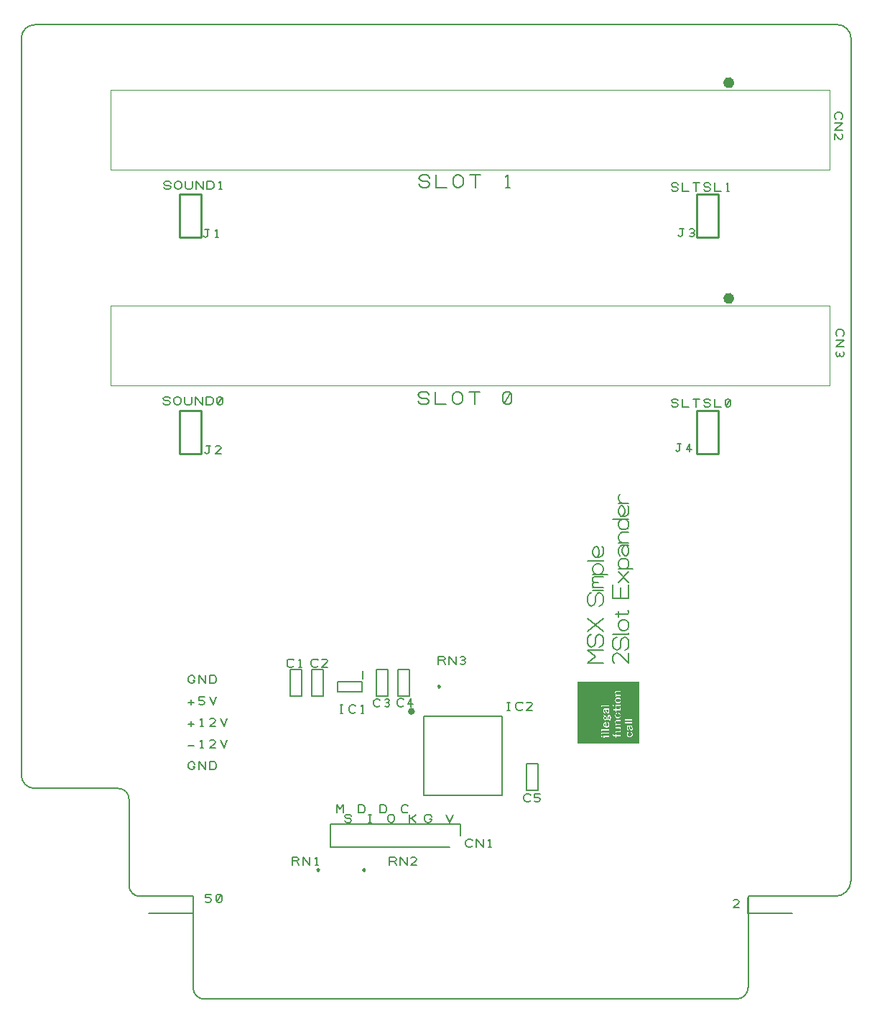
<source format=gbr>
G04 DesignSpark PCB PRO Gerber Version 10.0 Build 5299*
%FSLAX35Y35*%
%MOIN*%
%ADD87C,0.00197*%
%ADD85C,0.00394*%
%ADD12C,0.00500*%
%ADD89C,0.00787*%
%ADD91C,0.00800*%
%ADD92C,0.00984*%
%ADD13C,0.01000*%
%ADD90C,0.01575*%
X0Y0D02*
D02*
D12*
X123397Y284604D02*
X123710Y283978D01*
X124335Y283666D01*
X125585D01*
X126210Y283978D01*
X126522Y284604D01*
X126210Y285228D01*
X125585Y285541D01*
X124335D01*
X123710Y285854D01*
X123397Y286478D01*
X123710Y287104D01*
X124335Y287416D01*
X125585D01*
X126210Y287104D01*
X126522Y286478D01*
X128397Y284916D02*
Y286166D01*
X128710Y286791D01*
X129022Y287104D01*
X129647Y287416D01*
X130272D01*
X130897Y287104D01*
X131210Y286791D01*
X131522Y286166D01*
Y284916D01*
X131210Y284291D01*
X130897Y283978D01*
X130272Y283666D01*
X129647D01*
X129022Y283978D01*
X128710Y284291D01*
X128397Y284916D01*
X133397Y287416D02*
Y284604D01*
X133710Y283978D01*
X134335Y283666D01*
X135585D01*
X136210Y283978D01*
X136522Y284604D01*
Y287416D01*
X138397Y283666D02*
Y287416D01*
X141522Y283666D01*
Y287416D01*
X143397Y283666D02*
Y287416D01*
X145272D01*
X145897Y287104D01*
X146210Y286791D01*
X146522Y286166D01*
Y284916D01*
X146210Y284291D01*
X145897Y283978D01*
X145272Y283666D01*
X143397D01*
X148710Y283978D02*
X149335Y283666D01*
X149960D01*
X150585Y283978D01*
X150897Y284604D01*
Y286478D01*
X150585Y287104D01*
X149960Y287416D01*
X149335D01*
X148710Y287104D01*
X148397Y286478D01*
Y284604D01*
X148710Y283978D01*
X150585Y287104D01*
X123647Y384446D02*
X123959Y383821D01*
X124584Y383508D01*
X125834D01*
X126459Y383821D01*
X126772Y384446D01*
X126459Y385071D01*
X125834Y385383D01*
X124584D01*
X123959Y385696D01*
X123647Y386321D01*
X123959Y386946D01*
X124584Y387258D01*
X125834D01*
X126459Y386946D01*
X126772Y386321D01*
X128647Y384758D02*
Y386008D01*
X128959Y386633D01*
X129272Y386946D01*
X129897Y387258D01*
X130522D01*
X131147Y386946D01*
X131459Y386633D01*
X131772Y386008D01*
Y384758D01*
X131459Y384133D01*
X131147Y383821D01*
X130522Y383508D01*
X129897D01*
X129272Y383821D01*
X128959Y384133D01*
X128647Y384758D01*
X133647Y387258D02*
Y384446D01*
X133959Y383821D01*
X134584Y383508D01*
X135834D01*
X136459Y383821D01*
X136772Y384446D01*
Y387258D01*
X138647Y383508D02*
Y387258D01*
X141772Y383508D01*
Y387258D01*
X143647Y383508D02*
Y387258D01*
X145522D01*
X146147Y386946D01*
X146459Y386633D01*
X146772Y386008D01*
Y384758D01*
X146459Y384133D01*
X146147Y383821D01*
X145522Y383508D01*
X143647D01*
X149272D02*
X150522D01*
X149897D02*
Y387258D01*
X149272Y386633D01*
X137133Y156082D02*
X138070D01*
Y155769D01*
X137758Y155144D01*
X137445Y154832D01*
X136820Y154519D01*
X136195D01*
X135570Y154832D01*
X135258Y155144D01*
X134945Y155769D01*
Y157019D01*
X135258Y157644D01*
X135570Y157957D01*
X136195Y158269D01*
X136820D01*
X137445Y157957D01*
X137758Y157644D01*
X138070Y157019D01*
X139945Y154519D02*
Y158269D01*
X143070Y154519D01*
Y158269D01*
X144945Y154519D02*
Y158269D01*
X146820D01*
X147445Y157957D01*
X147758Y157644D01*
X148070Y157019D01*
Y155769D01*
X147758Y155144D01*
X147445Y154832D01*
X146820Y154519D01*
X144945D01*
X134945Y145769D02*
X137445D01*
X136195Y144519D02*
Y147019D01*
X139945Y144832D02*
X140570Y144519D01*
X141508D01*
X142133Y144832D01*
X142445Y145457D01*
Y145769D01*
X142133Y146394D01*
X141508Y146707D01*
X139945D01*
Y148269D01*
X142445D01*
X144945D02*
X146508Y144519D01*
X148070Y148269D01*
X134945Y135769D02*
X137445D01*
X136195Y134519D02*
Y137019D01*
X140570Y134519D02*
X141820D01*
X141195D02*
Y138269D01*
X140570Y137644D01*
X147445Y134519D02*
X144945D01*
X147133Y136707D01*
X147445Y137332D01*
X147133Y137957D01*
X146508Y138269D01*
X145570D01*
X144945Y137957D01*
X149945Y138269D02*
X151508Y134519D01*
X153070Y138269D01*
X134945Y125769D02*
X137445D01*
X140570Y124519D02*
X141820D01*
X141195D02*
Y128269D01*
X140570Y127644D01*
X147445Y124519D02*
X144945D01*
X147133Y126707D01*
X147445Y127332D01*
X147133Y127957D01*
X146508Y128269D01*
X145570D01*
X144945Y127957D01*
X149945Y128269D02*
X151508Y124519D01*
X153070Y128269D01*
X137133Y116082D02*
X138070D01*
Y115769D01*
X137758Y115144D01*
X137445Y114832D01*
X136820Y114519D01*
X136195D01*
X135570Y114832D01*
X135258Y115144D01*
X134945Y115769D01*
Y117019D01*
X135258Y117644D01*
X135570Y117957D01*
X136195Y118269D01*
X136820D01*
X137445Y117957D01*
X137758Y117644D01*
X138070Y117019D01*
X139945Y114519D02*
Y118269D01*
X143070Y114519D01*
Y118269D01*
X144945Y114519D02*
Y118269D01*
X146820D01*
X147445Y117957D01*
X147758Y117644D01*
X148070Y117019D01*
Y115769D01*
X147758Y115144D01*
X147445Y114832D01*
X146820Y114519D01*
X144945D01*
X141993Y361919D02*
X142306Y361606D01*
X142930Y361293D01*
X143556Y361606D01*
X143868Y361919D01*
Y365043D01*
X144493D01*
X143868D02*
X142618D01*
X147618Y361293D02*
X148868D01*
X148243D02*
Y365043D01*
X147618Y364419D01*
X142450Y8169D02*
G75*
G02*
X137170Y13449I0J5280D01*
G01*
Y55807D01*
X112485D01*
G75*
G02*
X107485Y60807I0J5000D01*
G01*
Y100807D01*
G75*
G03*
X102485Y105807I-5000J0D01*
G01*
X63735D01*
G75*
G02*
X57485Y112057I0J6250D01*
G01*
Y453582D01*
G75*
G02*
X63735Y459832I6250J0D01*
G01*
X436235D01*
G75*
G02*
X442485Y453582I0J-6250D01*
G01*
Y63075D01*
G75*
G02*
X435217Y55807I-7268J0D01*
G01*
X394807D01*
Y13667D01*
G75*
G02*
X389310Y8169I-5497J0D01*
G01*
X142450D01*
X142617Y261577D02*
X142930Y261264D01*
X143554Y260952D01*
X144180Y261264D01*
X144492Y261577D01*
Y264702D01*
X145117D01*
X144492D02*
X143242D01*
X150117Y260952D02*
X147617D01*
X149804Y263139D01*
X150117Y263764D01*
X149804Y264389D01*
X149180Y264702D01*
X148242D01*
X147617Y264389D01*
X183897Y162645D02*
X183585Y162333D01*
X182959Y162020D01*
X182022D01*
X181397Y162333D01*
X181085Y162645D01*
X180772Y163270D01*
Y164520D01*
X181085Y165145D01*
X181397Y165458D01*
X182022Y165770D01*
X182959D01*
X183585Y165458D01*
X183897Y165145D01*
X186397Y162020D02*
X187647D01*
X187022D02*
Y165770D01*
X186397Y165145D01*
X183239Y70294D02*
Y74044D01*
X185426D01*
X186052Y73732D01*
X186364Y73107D01*
X186052Y72482D01*
X185426Y72170D01*
X183239D01*
X185426D02*
X186364Y70294D01*
X188239D02*
Y74044D01*
X191364Y70294D01*
Y74044D01*
X193864Y70294D02*
X195114D01*
X194489D02*
Y74044D01*
X193864Y73420D01*
X195147Y162645D02*
X194835Y162333D01*
X194209Y162020D01*
X193272D01*
X192647Y162333D01*
X192335Y162645D01*
X192022Y163270D01*
Y164520D01*
X192335Y165145D01*
X192647Y165458D01*
X193272Y165770D01*
X194209D01*
X194835Y165458D01*
X195147Y165145D01*
X199522Y162020D02*
X197022D01*
X199209Y164208D01*
X199522Y164833D01*
X199209Y165458D01*
X198585Y165770D01*
X197647D01*
X197022Y165458D01*
X203831Y94464D02*
Y98214D01*
X205394Y96339D01*
X206957Y98214D01*
Y94464D01*
X213831D02*
Y98214D01*
X215707D01*
X216331Y97902D01*
X216644Y97589D01*
X216957Y96964D01*
Y95714D01*
X216644Y95089D01*
X216331Y94777D01*
X215707Y94464D01*
X213831D01*
X223831D02*
Y98214D01*
X225707D01*
X226331Y97902D01*
X226644Y97589D01*
X226957Y96964D01*
Y95714D01*
X226644Y95089D01*
X226331Y94777D01*
X225707Y94464D01*
X223831D01*
X236957Y95089D02*
X236644Y94777D01*
X236019Y94464D01*
X235081D01*
X234457Y94777D01*
X234144Y95089D01*
X233831Y95714D01*
Y96964D01*
X234144Y97589D01*
X234457Y97902D01*
X235081Y98214D01*
X236019D01*
X236644Y97902D01*
X236957Y97589D01*
X205459Y140770D02*
X206709D01*
X206085D02*
Y144520D01*
X205459D02*
X206709D01*
X212647Y141395D02*
X212335Y141083D01*
X211709Y140770D01*
X210772D01*
X210147Y141083D01*
X209835Y141395D01*
X209522Y142020D01*
Y143270D01*
X209835Y143895D01*
X210147Y144208D01*
X210772Y144520D01*
X211709D01*
X212335Y144208D01*
X212647Y143895D01*
X215147Y140770D02*
X216397D01*
X215772D02*
Y144520D01*
X215147Y143895D01*
X207576Y90951D02*
X207888Y90326D01*
X208513Y90013D01*
X209763D01*
X210388Y90326D01*
X210701Y90951D01*
X210388Y91576D01*
X209763Y91889D01*
X208513D01*
X207888Y92201D01*
X207576Y92826D01*
X207888Y93451D01*
X208513Y93763D01*
X209763D01*
X210388Y93451D01*
X210701Y92826D01*
X218513Y90013D02*
X219763D01*
X219138D02*
Y93763D01*
X218513D02*
X219763D01*
X227576Y91263D02*
Y92513D01*
X227888Y93139D01*
X228201Y93451D01*
X228826Y93763D01*
X229451D01*
X230076Y93451D01*
X230388Y93139D01*
X230701Y92513D01*
Y91263D01*
X230388Y90639D01*
X230076Y90326D01*
X229451Y90013D01*
X228826D01*
X228201Y90326D01*
X227888Y90639D01*
X227576Y91263D01*
X237576Y90013D02*
Y93763D01*
Y91889D02*
X238513D01*
X240701Y93763D01*
X238513Y91889D02*
X240701Y90013D01*
X223994Y144262D02*
X223681Y143949D01*
X223056Y143637D01*
X222119D01*
X221494Y143949D01*
X221181Y144262D01*
X220869Y144887D01*
Y146137D01*
X221181Y146762D01*
X221494Y147074D01*
X222119Y147387D01*
X223056D01*
X223681Y147074D01*
X223994Y146762D01*
X226181Y143949D02*
X226806Y143637D01*
X227431D01*
X228056Y143949D01*
X228369Y144574D01*
X228056Y145199D01*
X227431Y145512D01*
X226806D01*
X227431D02*
X228056Y145824D01*
X228369Y146449D01*
X228056Y147074D01*
X227431Y147387D01*
X226806D01*
X226181Y147074D01*
X228418Y70170D02*
Y73920D01*
X230605D01*
X231230Y73607D01*
X231543Y72982D01*
X231230Y72357D01*
X230605Y72045D01*
X228418D01*
X230605D02*
X231543Y70170D01*
X233418D02*
Y73920D01*
X236543Y70170D01*
Y73920D01*
X240918Y70170D02*
X238418D01*
X240605Y72357D01*
X240918Y72982D01*
X240605Y73607D01*
X239980Y73920D01*
X239043D01*
X238418Y73607D01*
X234976Y144387D02*
X234664Y144074D01*
X234039Y143761D01*
X233101D01*
X232476Y144074D01*
X232164Y144387D01*
X231851Y145011D01*
Y146261D01*
X232164Y146887D01*
X232476Y147199D01*
X233101Y147511D01*
X234039D01*
X234664Y147199D01*
X234976Y146887D01*
X238414Y143761D02*
Y147511D01*
X236851Y145011D01*
X239351D01*
X246830Y91576D02*
X247767D01*
Y91263D01*
X247455Y90639D01*
X247142Y90326D01*
X246517Y90013D01*
X245892D01*
X245267Y90326D01*
X244955Y90639D01*
X244642Y91263D01*
Y92513D01*
X244955Y93139D01*
X245267Y93451D01*
X245892Y93763D01*
X246517D01*
X247142Y93451D01*
X247455Y93139D01*
X247767Y92513D01*
X254642Y93763D02*
X256205Y90013D01*
X257767Y93763D01*
X250997Y163269D02*
Y167019D01*
X253185D01*
X253810Y166707D01*
X254122Y166082D01*
X253810Y165457D01*
X253185Y165144D01*
X250997D01*
X253185D02*
X254122Y163269D01*
X255997D02*
Y167019D01*
X259122Y163269D01*
Y167019D01*
X261310Y163582D02*
X261935Y163269D01*
X262560D01*
X263185Y163582D01*
X263497Y164207D01*
X263185Y164832D01*
X262560Y165144D01*
X261935D01*
X262560D02*
X263185Y165457D01*
X263497Y166082D01*
X263185Y166707D01*
X262560Y167019D01*
X261935D01*
X261310Y166707D01*
X266862Y79157D02*
X266550Y78844D01*
X265924Y78531D01*
X264987D01*
X264362Y78844D01*
X264050Y79157D01*
X263737Y79781D01*
Y81031D01*
X264050Y81657D01*
X264362Y81969D01*
X264987Y82281D01*
X265924D01*
X266550Y81969D01*
X266862Y81657D01*
X268737Y78531D02*
Y82281D01*
X271862Y78531D01*
Y82281D01*
X274362Y78531D02*
X275612D01*
X274987D02*
Y82281D01*
X274362Y81657D01*
X282959Y142020D02*
X284209D01*
X283585D02*
Y145770D01*
X282959D02*
X284209D01*
X290147Y142645D02*
X289835Y142333D01*
X289209Y142020D01*
X288272D01*
X287647Y142333D01*
X287335Y142645D01*
X287022Y143270D01*
Y144520D01*
X287335Y145145D01*
X287647Y145458D01*
X288272Y145770D01*
X289209D01*
X289835Y145458D01*
X290147Y145145D01*
X294522Y142020D02*
X292022D01*
X294209Y144208D01*
X294522Y144833D01*
X294209Y145458D01*
X293585Y145770D01*
X292647D01*
X292022Y145458D01*
X293883Y100164D02*
X293571Y99852D01*
X292946Y99539D01*
X292008D01*
X291383Y99852D01*
X291071Y100164D01*
X290758Y100789D01*
Y102039D01*
X291071Y102664D01*
X291383Y102977D01*
X292008Y103289D01*
X292946D01*
X293571Y102977D01*
X293883Y102664D01*
X295758Y99852D02*
X296383Y99539D01*
X297321D01*
X297946Y99852D01*
X298258Y100477D01*
Y100789D01*
X297946Y101414D01*
X297321Y101727D01*
X295758D01*
Y103289D01*
X298258D01*
X359150Y283605D02*
X359463Y282980D01*
X360088Y282667D01*
X361338D01*
X361963Y282980D01*
X362276Y283605D01*
X361963Y284230D01*
X361338Y284543D01*
X360088D01*
X359463Y284855D01*
X359150Y285480D01*
X359463Y286105D01*
X360088Y286417D01*
X361338D01*
X361963Y286105D01*
X362276Y285480D01*
X364150Y286417D02*
Y282667D01*
X367276D01*
X370713D02*
Y286417D01*
X369150D02*
X372276D01*
X374150Y283605D02*
X374463Y282980D01*
X375088Y282667D01*
X376338D01*
X376963Y282980D01*
X377276Y283605D01*
X376963Y284230D01*
X376338Y284543D01*
X375088D01*
X374463Y284855D01*
X374150Y285480D01*
X374463Y286105D01*
X375088Y286417D01*
X376338D01*
X376963Y286105D01*
X377276Y285480D01*
X379150Y286417D02*
Y282667D01*
X382276D01*
X384463Y282980D02*
X385088Y282667D01*
X385713D01*
X386338Y282980D01*
X386650Y283605D01*
Y285480D01*
X386338Y286105D01*
X385713Y286417D01*
X385088D01*
X384463Y286105D01*
X384150Y285480D01*
Y283605D01*
X384463Y282980D01*
X386338Y286105D01*
X359150Y383697D02*
X359463Y383072D01*
X360088Y382759D01*
X361338D01*
X361963Y383072D01*
X362276Y383697D01*
X361963Y384322D01*
X361338Y384635D01*
X360088D01*
X359463Y384947D01*
X359150Y385572D01*
X359463Y386197D01*
X360088Y386509D01*
X361338D01*
X361963Y386197D01*
X362276Y385572D01*
X364150Y386509D02*
Y382759D01*
X367276D01*
X370713D02*
Y386509D01*
X369150D02*
X372276D01*
X374150Y383697D02*
X374463Y383072D01*
X375088Y382759D01*
X376338D01*
X376963Y383072D01*
X377276Y383697D01*
X376963Y384322D01*
X376338Y384635D01*
X375088D01*
X374463Y384947D01*
X374150Y385572D01*
X374463Y386197D01*
X375088Y386509D01*
X376338D01*
X376963Y386197D01*
X377276Y385572D01*
X379150Y386509D02*
Y382759D01*
X382276D01*
X384776D02*
X386026D01*
X385400D02*
Y386509D01*
X384776Y385885D01*
X361147Y262450D02*
X361460Y262138D01*
X362085Y261825D01*
X362710Y262138D01*
X363022Y262450D01*
Y265575D01*
X363647D01*
X363022D02*
X361772D01*
X367710Y261825D02*
Y265575D01*
X366147Y263075D01*
X368647D01*
X362395Y362168D02*
X362708Y361856D01*
X363333Y361543D01*
X363958Y361856D01*
X364270Y362168D01*
Y365293D01*
X364895D01*
X364270D02*
X363020D01*
X367708Y361856D02*
X368333Y361543D01*
X368958D01*
X369583Y361856D01*
X369895Y362481D01*
X369583Y363106D01*
X368958Y363418D01*
X368333D01*
X368958D02*
X369583Y363731D01*
X369895Y364356D01*
X369583Y364981D01*
X368958Y365293D01*
X368333D01*
X367708Y364981D01*
X387022Y331082D02*
G75*
G03*
X384522Y334832I-1250J1875D01*
G01*
G75*
G03*
X387022Y331082I1250J-1875D01*
G01*
G36*
X387022Y331082D02*
G75*
G03*
X384522Y334832I-1250J1875D01*
G01*
G75*
G03*
X387022Y331082I1250J-1875D01*
G01*
G37*
X387044Y431082D02*
G75*
G03*
X384544Y434832I-1250J1875D01*
G01*
G75*
G03*
X387044Y431082I1250J-1875D01*
G01*
G36*
X387044Y431082D02*
G75*
G03*
X384544Y434832I-1250J1875D01*
G01*
G75*
G03*
X387044Y431082I1250J-1875D01*
G01*
G37*
X435531Y416055D02*
X435219Y416368D01*
X434906Y416993D01*
Y417930D01*
X435219Y418555D01*
X435531Y418868D01*
X436156Y419180D01*
X437406D01*
X438031Y418868D01*
X438344Y418555D01*
X438656Y417930D01*
Y416993D01*
X438344Y416368D01*
X438031Y416055D01*
X434906Y414180D02*
X438656D01*
X434906Y411055D01*
X438656D01*
X434906Y406680D02*
Y409180D01*
X437094Y406993D01*
X437719Y406680D01*
X438344Y406993D01*
X438656Y407618D01*
Y408555D01*
X438344Y409180D01*
X436085Y315457D02*
X435772Y315769D01*
X435459Y316394D01*
Y317332D01*
X435772Y317957D01*
X436085Y318269D01*
X436709Y318582D01*
X437959D01*
X438585Y318269D01*
X438897Y317957D01*
X439209Y317332D01*
Y316394D01*
X438897Y315769D01*
X438585Y315457D01*
X435459Y313582D02*
X439209D01*
X435459Y310457D01*
X439209D01*
X435772Y308269D02*
X435459Y307644D01*
Y307019D01*
X435772Y306394D01*
X436397Y306082D01*
X437022Y306394D01*
X437335Y307019D01*
Y307644D01*
Y307019D02*
X437647Y306394D01*
X438272Y306082D01*
X438897Y306394D01*
X439209Y307019D01*
Y307644D01*
X438897Y308269D01*
D02*
D13*
X130772Y280906D02*
Y260906D01*
X140772D01*
Y280906D01*
X130772D01*
Y381123D02*
Y361123D01*
X140772D01*
Y381123D01*
X130772D01*
X370772Y281031D02*
Y261031D01*
X380772D01*
Y281031D01*
X370772D01*
Y381123D02*
Y361123D01*
X380772D01*
Y381123D01*
X370772D01*
D02*
D85*
X432524Y292578D02*
X99020D01*
Y329586D01*
X432524D01*
Y292578D01*
X432546Y392578D02*
X99043D01*
Y429586D01*
X432546D01*
Y392578D01*
D02*
D87*
X315707Y126931D02*
Y155232D01*
X315807Y126931D02*
Y155231D01*
X315907Y126931D02*
Y155231D01*
X316008Y126931D02*
X316007Y155231D01*
X316107Y126931D02*
Y155231D01*
X316207Y126931D02*
Y155232D01*
X316307Y126931D02*
Y155231D01*
X316407Y126931D02*
Y155231D01*
X316508Y126931D02*
X316507Y155231D01*
X316607Y126931D02*
Y155231D01*
X316707Y126931D02*
X316708Y155231D01*
X316807Y126931D02*
Y155231D01*
X316907Y126931D02*
Y155231D01*
X317007Y126931D02*
X317007Y155231D01*
X317107Y126931D02*
Y155231D01*
X317207Y126931D02*
X317208Y155231D01*
X317307Y126931D02*
Y155231D01*
X317407Y126931D02*
Y155231D01*
X317508Y126931D02*
Y155232D01*
X317607Y126931D02*
Y155231D01*
X317707Y126931D02*
Y155231D01*
X317807Y126931D02*
Y155231D01*
X317907Y126931D02*
X317908Y155231D01*
X318007Y126931D02*
Y155232D01*
X318107Y126931D02*
Y155231D01*
X318207Y126931D02*
X318207Y155231D01*
X318307Y126931D02*
Y155231D01*
X318407Y126931D02*
X318408Y155231D01*
X318507Y126931D02*
Y155232D01*
X318607Y126931D02*
Y155231D01*
X318707Y126931D02*
Y155231D01*
X318807Y126931D02*
Y155231D01*
X318907Y126931D02*
X318908Y155231D01*
X319007Y126931D02*
Y155232D01*
X319107Y126931D02*
Y155231D01*
X319207Y126931D02*
Y155231D01*
X319308Y126931D02*
X319307Y155231D01*
X319407Y126931D02*
X319408Y155231D01*
X319507Y126931D02*
Y155232D01*
X319607Y126931D02*
Y155231D01*
X319707Y126931D02*
Y155231D01*
X319808Y126931D02*
X319807Y155231D01*
X319907Y126931D02*
Y155231D01*
X320007Y126931D02*
Y155232D01*
X320107Y126931D02*
Y155231D01*
X320207Y126931D02*
Y155231D01*
X320308Y126931D02*
X320307Y155231D01*
X320407Y126931D02*
Y155231D01*
X320507Y126931D02*
X320508Y155231D01*
X320607Y126931D02*
Y155231D01*
X320707Y126931D02*
Y155231D01*
X320808Y126931D02*
X320807Y155231D01*
X320907Y126931D02*
Y155231D01*
X321007Y126931D02*
X321008Y155231D01*
X321107Y126931D02*
Y155231D01*
X321207Y126931D02*
Y155231D01*
X321308Y126931D02*
Y155232D01*
X321407Y126931D02*
Y155231D01*
X321507Y126931D02*
X321508Y155231D01*
X321607Y126931D02*
Y155231D01*
X321707Y126931D02*
X321708Y155231D01*
X321807Y126931D02*
Y155232D01*
X321907Y126931D02*
Y155231D01*
X322007Y126931D02*
X322007Y155231D01*
X322107Y126931D02*
Y155231D01*
X322207Y126931D02*
X322208Y155231D01*
X322307Y126931D02*
Y155232D01*
X322407Y126931D02*
Y155231D01*
X322507Y126931D02*
Y155231D01*
X322607Y126931D02*
Y155231D01*
X322707Y126931D02*
X322708Y155231D01*
X322807Y126931D02*
Y155232D01*
X322907Y126931D02*
Y155231D01*
X323007Y126931D02*
Y155231D01*
X323108Y126931D02*
X323107Y155231D01*
X323207Y126931D02*
X323208Y155231D01*
X323307Y126931D02*
Y155232D01*
X323407Y126931D02*
Y155231D01*
X323507Y126931D02*
Y155231D01*
X323608Y126931D02*
X323607Y155231D01*
X323707Y126931D02*
Y155231D01*
X323807Y126931D02*
Y155232D01*
X323907Y126931D02*
Y155231D01*
X324007Y126931D02*
Y155231D01*
X324108Y126931D02*
X324107Y155231D01*
X324207Y126931D02*
Y155231D01*
X324307Y126931D02*
X324308Y155231D01*
X324407Y126931D02*
Y155231D01*
X324507Y126931D02*
Y155231D01*
X324608Y126931D02*
X324607Y155231D01*
X324707Y126931D02*
Y155231D01*
X324807Y126931D02*
X324808Y155231D01*
X324907Y126931D02*
Y155231D01*
X325007Y126931D02*
Y155231D01*
X325108Y126931D02*
Y155232D01*
X325207Y126931D02*
Y155231D01*
X325307Y126931D02*
X325308Y155231D01*
X325407Y126931D02*
Y155231D01*
X325507Y126931D02*
X325508Y155231D01*
X325608Y126931D02*
Y155232D01*
X325707Y126931D02*
Y155231D01*
X325807Y126931D02*
X325807Y155231D01*
X325907Y126931D02*
Y155231D01*
X326007Y126931D02*
X326008Y155231D01*
X326107Y126931D02*
Y155232D01*
X326207Y126931D02*
Y129731D01*
Y130431D02*
Y155231D01*
X326307Y126931D02*
Y129631D01*
Y130531D02*
X326307Y130831D01*
X326307Y132031D02*
Y132331D01*
Y133531D02*
Y143531D01*
Y144731D02*
Y155231D01*
X326407Y126931D02*
Y129531D01*
Y130531D02*
Y130831D01*
Y132031D02*
Y132331D01*
Y133531D02*
Y143531D01*
Y144731D02*
Y155231D01*
X326507Y144731D02*
X326508Y155231D01*
X326507Y126931D02*
X326507Y129531D01*
X326507Y132031D02*
X326507Y132331D01*
X326507Y133531D02*
X326508Y143531D01*
Y130532D02*
X326507Y130831D01*
X326607Y126931D02*
Y129531D01*
Y130631D02*
Y130831D01*
Y132031D02*
Y132331D01*
Y133531D02*
Y143531D01*
Y144731D02*
Y155232D01*
X326707Y126931D02*
X326708Y129531D01*
X326707Y130631D02*
X326708Y130831D01*
X326707Y132031D02*
X326708Y132331D01*
X326707Y133531D02*
Y143531D01*
X326708Y144731D02*
X326707Y155231D01*
X326807Y126931D02*
Y129531D01*
Y130531D02*
X326807Y130831D01*
X326807Y132031D02*
Y132331D01*
Y133531D02*
Y143531D01*
Y144731D02*
Y155231D01*
X326907Y132031D02*
Y132631D01*
Y133531D02*
Y143831D01*
Y144731D02*
Y155231D01*
X326908Y126931D02*
X326907Y129631D01*
X326908Y130531D02*
X326907Y131131D01*
X327007Y144731D02*
X327008Y155231D01*
X327007Y126931D02*
Y129731D01*
Y132031D02*
X327008Y132631D01*
X327007Y133531D02*
X327008Y143831D01*
Y130431D02*
Y131131D01*
X327107Y126931D02*
Y131131D01*
Y132031D02*
Y132631D01*
Y133531D02*
Y143832D01*
Y144731D02*
Y155232D01*
X327207Y126931D02*
Y131131D01*
Y132031D02*
Y132631D01*
Y133531D02*
Y143831D01*
X327208Y144731D02*
X327207Y155231D01*
X327307Y126931D02*
Y131131D01*
Y132031D02*
Y132631D01*
Y133531D02*
Y143831D01*
Y144731D02*
Y155231D01*
X327407Y132031D02*
Y132631D01*
Y133531D02*
Y134931D01*
Y139231D02*
Y139631D01*
Y140231D02*
Y141231D01*
Y142531D02*
Y143831D01*
Y144731D02*
Y155231D01*
X327408Y126931D02*
X327407Y131131D01*
X327408Y136031D02*
Y138031D01*
X327507Y139431D02*
X327508Y139531D01*
X327507Y144731D02*
X327508Y155231D01*
X327507Y126931D02*
X327508Y129331D01*
X327507Y132031D02*
X327508Y132631D01*
X327507Y133531D02*
Y134631D01*
Y136331D02*
Y137831D01*
X327508Y130532D02*
Y131131D01*
Y140231D02*
X327507Y141031D01*
X327508Y142831D02*
Y143831D01*
X327607Y126931D02*
Y129331D01*
Y130531D02*
Y131131D01*
Y132031D02*
Y132631D01*
Y133531D02*
Y134531D01*
Y136431D02*
Y137631D01*
Y140231D02*
Y140931D01*
Y142931D02*
Y143832D01*
Y144731D02*
Y155232D01*
X327707Y130531D02*
X327707Y131131D01*
X327707Y136531D02*
Y137631D01*
X327707Y126931D02*
Y129331D01*
Y132031D02*
Y132631D01*
Y133531D02*
Y134431D01*
Y140231D02*
Y140731D01*
Y143031D02*
Y143831D01*
Y144731D02*
Y155231D01*
X327807Y126931D02*
Y129331D01*
Y130531D02*
Y131131D01*
Y132031D02*
Y132631D01*
Y133531D02*
Y134331D01*
Y136631D02*
Y137531D01*
Y140231D02*
Y140731D01*
Y143131D02*
Y143831D01*
Y144731D02*
Y155231D01*
X327907Y141831D02*
X327907Y142031D01*
Y132031D02*
Y132631D01*
Y133531D02*
X327907Y134231D01*
X327907Y135431D02*
Y135531D01*
Y140231D02*
Y140631D01*
Y143231D02*
X327907Y143831D01*
X327907Y144731D02*
X327907Y155231D01*
X327908Y126931D02*
X327907Y129331D01*
X327908Y130531D02*
X327907Y131131D01*
X327908Y136732D02*
X327907Y137431D01*
X327908Y138631D02*
X328007Y126931D02*
Y129331D01*
Y130532D02*
Y131131D01*
Y132031D02*
Y132631D01*
Y133531D02*
Y134131D01*
Y135231D02*
Y135731D01*
Y136831D02*
Y137431D01*
Y138431D02*
Y138831D01*
Y140031D02*
Y140631D01*
Y141631D02*
Y142231D01*
Y143231D02*
Y143831D01*
Y144732D02*
Y155231D01*
X328107Y126931D02*
Y129631D01*
Y130531D02*
Y131131D01*
Y132031D02*
Y132631D01*
Y133531D02*
Y134131D01*
Y135131D02*
Y135831D01*
Y136831D02*
Y137431D01*
Y138331D02*
Y138931D01*
Y139831D02*
Y140631D01*
Y141531D02*
X328108Y142331D01*
X328107Y143231D02*
Y143832D01*
Y144731D02*
X328108Y155231D01*
X328207Y130531D02*
X328207Y131131D01*
Y126931D02*
Y129631D01*
Y132031D02*
Y132631D01*
Y133531D02*
Y134131D01*
Y135031D02*
Y135931D01*
Y136831D02*
Y137431D01*
Y138331D02*
Y138931D01*
Y139831D02*
Y140631D01*
Y141531D02*
Y142331D01*
Y143231D02*
Y143831D01*
Y144731D02*
Y155231D01*
X328307Y126931D02*
Y129631D01*
Y130531D02*
Y131131D01*
Y132031D02*
Y132631D01*
Y133531D02*
Y134031D01*
Y135031D02*
Y135931D01*
Y136931D02*
X328308Y137431D01*
X328307Y138331D02*
X328308Y138931D01*
X328307Y139831D02*
Y140631D01*
Y141431D02*
Y142431D01*
Y143331D02*
Y143831D01*
Y144731D02*
Y155231D01*
X328407Y143331D02*
X328407Y143831D01*
X328407Y132031D02*
Y132631D01*
Y136931D02*
Y137431D01*
Y139831D02*
Y140631D01*
X328408Y126931D02*
X328407Y129631D01*
X328408Y130531D02*
X328407Y131131D01*
X328408Y133531D02*
Y134031D01*
Y138331D02*
X328407Y138931D01*
X328408Y141431D02*
X328407Y141831D01*
X328408Y144731D02*
X328407Y155231D01*
X328507Y126931D02*
Y129631D01*
Y130532D02*
Y131131D01*
Y132031D02*
Y132631D01*
Y133531D02*
Y134031D01*
Y136931D02*
Y137431D01*
Y138431D02*
Y138831D01*
Y139831D02*
Y141432D01*
Y143331D02*
Y143831D01*
Y144732D02*
Y155231D01*
X328607Y126931D02*
Y129631D01*
Y130531D02*
Y131131D01*
Y132031D02*
Y132631D01*
Y133531D02*
Y134031D01*
Y136931D02*
Y137431D01*
Y139731D02*
Y141131D01*
Y144731D02*
X328608Y155231D01*
Y143331D02*
Y143831D01*
X328707Y126931D02*
Y129631D01*
Y130531D02*
Y131131D01*
Y132031D02*
Y132631D01*
Y133531D02*
Y134031D01*
Y136931D02*
Y137531D01*
Y139731D02*
Y141031D01*
Y143331D02*
Y143831D01*
Y144731D02*
Y155231D01*
X328807Y126931D02*
Y129631D01*
Y130531D02*
Y131131D01*
Y132031D02*
Y132631D01*
Y133531D02*
Y134031D01*
Y139631D02*
Y140831D01*
Y143331D02*
Y143831D01*
Y144731D02*
Y155231D01*
X328808Y136931D02*
X328807Y137631D01*
X328907Y139531D02*
X328907Y140731D01*
X328907Y142331D02*
X328908Y142431D01*
X328907Y143331D02*
X328908Y143832D01*
X328907Y126931D02*
Y129631D01*
Y132031D02*
Y132631D01*
Y136931D02*
Y137731D01*
X328908Y130531D02*
X328907Y131131D01*
X328908Y133531D02*
Y134031D01*
Y144731D02*
X328907Y155231D01*
X329007Y126931D02*
Y129631D01*
Y130532D02*
Y131131D01*
Y132031D02*
Y132631D01*
Y133531D02*
Y134031D01*
Y134931D02*
Y137731D01*
Y139431D02*
Y140631D01*
Y141932D02*
Y142432D01*
Y143331D02*
Y143831D01*
Y144732D02*
Y155231D01*
X329107Y141731D02*
X329107Y142431D01*
Y126931D02*
Y129631D01*
Y130531D02*
Y131131D01*
Y132031D02*
Y132631D01*
Y133531D02*
Y134031D01*
Y134931D02*
Y137631D01*
Y139131D02*
Y140631D01*
Y144731D02*
X329108Y155231D01*
Y143331D02*
Y143831D01*
X329207Y126931D02*
Y129631D01*
Y130531D02*
Y131131D01*
Y132031D02*
Y132631D01*
Y133531D02*
Y134031D01*
Y134931D02*
Y136131D01*
Y136931D02*
Y137531D01*
Y138431D02*
Y140531D01*
Y141531D02*
Y142431D01*
Y143331D02*
Y143831D01*
Y144731D02*
Y155231D01*
X329307Y126931D02*
Y129631D01*
Y130531D02*
Y131131D01*
Y132031D02*
X329308Y132631D01*
X329307Y133531D02*
Y134031D01*
Y135031D02*
X329308Y136131D01*
X329307Y141531D02*
Y142431D01*
Y143331D02*
X329308Y143831D01*
Y136931D02*
X329307Y137531D01*
X329308Y138931D02*
Y140531D01*
Y144731D02*
X329307Y155231D01*
X329407Y132031D02*
Y132631D01*
Y136931D02*
X329407Y137531D01*
X329407Y139631D02*
X329408Y140532D01*
Y126931D02*
X329407Y129631D01*
X329408Y130531D02*
X329407Y131131D01*
X329408Y133531D02*
Y134031D01*
Y135031D02*
Y136131D01*
Y141431D02*
X329407Y142231D01*
X329408Y143332D02*
Y143832D01*
Y144731D02*
Y155232D01*
X329507Y126931D02*
Y129631D01*
Y130532D02*
Y131131D01*
Y132031D02*
Y132631D01*
Y133531D02*
Y134131D01*
Y136831D02*
Y137531D01*
Y139831D02*
Y140531D01*
Y141531D02*
Y142131D01*
Y143331D02*
Y143831D01*
X329508Y144731D02*
X329507Y155231D01*
X329508Y135131D02*
X329507Y136031D01*
X329607Y126931D02*
Y129631D01*
Y130531D02*
Y131131D01*
Y132031D02*
Y132631D01*
Y133531D02*
X329607Y134131D01*
X329607Y135231D02*
Y135931D01*
Y136831D02*
Y137531D01*
Y140031D02*
Y140531D01*
Y141531D02*
Y142031D01*
Y143331D02*
Y143831D01*
Y144731D02*
Y155231D01*
X329707Y126931D02*
Y129631D01*
Y130531D02*
Y131131D01*
Y132031D02*
Y132631D01*
Y133531D02*
Y134231D01*
Y136831D02*
Y137631D01*
Y140131D02*
Y140531D01*
Y143331D02*
Y143831D01*
Y144731D02*
Y155231D01*
X329807Y130531D02*
X329807Y131131D01*
X329807Y144731D02*
X329808Y155231D01*
X329807Y126931D02*
Y129631D01*
Y132031D02*
X329808Y132631D01*
X329807Y133531D02*
Y134231D01*
Y140131D02*
Y140631D01*
X329808Y136731D02*
X329807Y137631D01*
X329808Y143331D02*
Y143831D01*
X329907Y126931D02*
Y129631D01*
Y130531D02*
Y131131D01*
Y132031D02*
Y132631D01*
Y133531D02*
Y134331D01*
Y136631D02*
Y137431D01*
Y140131D02*
Y140631D01*
Y143332D02*
Y143832D01*
Y144731D02*
Y155232D01*
X330007Y126931D02*
Y129631D01*
Y130532D02*
Y131131D01*
Y132031D02*
Y132631D01*
Y133531D02*
Y134431D01*
Y136531D02*
Y137431D01*
Y138331D02*
Y138831D01*
Y140231D02*
Y140731D01*
Y143331D02*
Y143831D01*
X330008Y144731D02*
X330007Y155231D01*
X330107Y126931D02*
Y129631D01*
Y130531D02*
Y131131D01*
Y132031D02*
Y132631D01*
Y133531D02*
X330107Y134631D01*
X330107Y136331D02*
Y137331D01*
Y138231D02*
Y139231D01*
Y140231D02*
Y140831D01*
Y142331D02*
Y142531D01*
Y143331D02*
X330107Y143831D01*
X330107Y144731D02*
Y155231D01*
X330207Y126931D02*
Y134931D01*
Y136131D02*
Y137331D01*
Y138231D02*
X330208Y139331D01*
X330207Y140231D02*
Y141031D01*
Y142131D02*
Y155231D01*
X330307Y126931D02*
Y137331D01*
Y138231D02*
Y139331D01*
X330308Y140231D02*
Y155231D01*
X330407Y126931D02*
Y137331D01*
Y138431D02*
Y139131D01*
Y140231D02*
Y155232D01*
X330507Y126931D02*
Y137331D01*
Y140131D02*
Y155231D01*
X330607Y126931D02*
Y137431D01*
Y140131D02*
Y155231D01*
X330707Y126931D02*
Y137431D01*
Y140031D02*
Y155231D01*
X330807Y139931D02*
X330808Y155231D01*
X330807Y126931D02*
Y137531D01*
X330907Y126931D02*
Y137731D01*
Y139731D02*
Y155232D01*
X331007Y139331D02*
X331007Y155231D01*
Y126931D02*
X331008Y138131D01*
X331107Y126931D02*
Y155231D01*
X331208Y126931D02*
X331207Y155231D01*
X331307Y126931D02*
X331308Y155231D01*
X331407Y126931D02*
Y155232D01*
X331507Y126931D02*
Y155231D01*
X331607Y126931D02*
Y144031D01*
Y144631D02*
Y155231D01*
X331707Y131431D02*
X331707Y143931D01*
Y144731D02*
X331707Y155231D01*
X331708Y126931D02*
X331707Y130431D01*
X331807Y126931D02*
Y130131D01*
Y131431D02*
Y143831D01*
Y144831D02*
Y155231D01*
X331907Y126931D02*
Y130031D01*
Y144832D02*
X331908Y155231D01*
Y131431D02*
X331907Y143832D01*
X332007Y126931D02*
X332007Y130031D01*
X332007Y131431D02*
X332007Y141931D01*
X332007Y142831D02*
Y143831D01*
Y144831D02*
Y155231D01*
X332107Y126931D02*
Y129931D01*
Y131431D02*
Y141931D01*
Y142831D02*
Y143831D01*
Y144831D02*
Y155231D01*
X332207Y131431D02*
X332208Y141931D01*
X332207Y142831D02*
X332207Y143831D01*
X332208Y126931D02*
X332207Y129931D01*
X332208Y144832D02*
X332207Y155231D01*
X332307Y126931D02*
Y129931D01*
Y130831D02*
Y141932D01*
Y142831D02*
Y143831D01*
Y144831D02*
Y155231D01*
X332407Y126931D02*
X332408Y129931D01*
X332407Y130831D02*
Y141931D01*
Y144731D02*
X332408Y155231D01*
Y142831D02*
X332407Y143931D01*
X332507Y126931D02*
Y129931D01*
Y130831D02*
Y141931D01*
Y142831D02*
Y144131D01*
Y144531D02*
Y155231D01*
X332607Y126931D02*
Y129931D01*
Y142831D02*
Y155231D01*
X332608Y130831D02*
X332607Y141931D01*
X332707Y142831D02*
Y155231D01*
X332707Y126931D02*
X332707Y129931D01*
X332707Y130831D02*
X332708Y141931D01*
X332807Y126931D02*
Y129931D01*
Y130831D02*
Y136231D01*
Y137331D02*
Y139331D01*
Y142831D02*
Y146232D01*
Y147331D02*
Y149931D01*
Y150931D02*
Y155231D01*
X332808Y140431D02*
X332807Y141932D01*
X332907Y126931D02*
X332908Y129431D01*
X332907Y134531D02*
Y134831D01*
Y135931D02*
X332908Y136031D01*
X332907Y140631D02*
Y141431D01*
Y143531D02*
X332908Y143631D01*
X332907Y144832D02*
Y145931D01*
Y149531D02*
Y149631D01*
Y151131D02*
X332908Y155231D01*
Y131431D02*
X332907Y131531D01*
X332908Y147631D02*
X332908Y148431D01*
Y132731D02*
X332907Y133631D01*
X332908Y137531D02*
X332908Y139031D01*
X333007Y126931D02*
Y129431D01*
Y131431D02*
Y131531D01*
Y134531D02*
Y134831D01*
Y137631D02*
Y138831D01*
Y143531D02*
Y143631D01*
Y144831D02*
Y145831D01*
Y147731D02*
X333008Y148431D01*
X333007Y149531D02*
Y151231D02*
Y155231D01*
X333008Y132731D02*
X333007Y133631D01*
X333008Y140831D02*
X333007Y141431D01*
X333107Y126931D02*
Y129431D01*
Y131431D02*
Y131531D01*
Y132731D02*
X333108Y133631D01*
X333107Y134531D02*
Y134831D01*
Y137731D02*
Y138731D01*
Y143531D02*
Y143631D01*
Y144831D02*
Y145731D01*
Y147831D02*
Y148431D01*
X333108Y140931D02*
X333107Y141431D01*
X333108Y151331D02*
X333107Y155231D01*
X333207Y132731D02*
Y133631D01*
Y137731D02*
X333208Y138631D01*
X333207Y141031D02*
X333208Y141431D01*
X333207Y143531D02*
Y143631D01*
Y144832D02*
X333207Y145631D01*
X333207Y147931D02*
Y148431D01*
X333208Y126931D02*
X333207Y129431D01*
X333208Y131432D02*
X333207Y131531D01*
X333208Y134531D02*
Y134831D01*
Y151432D02*
Y155232D01*
X333307Y126931D02*
Y129431D01*
Y131431D02*
Y131531D01*
Y132731D02*
Y133631D01*
Y134531D02*
Y134832D01*
Y137831D02*
Y138531D01*
Y141131D02*
Y141432D01*
Y143531D02*
Y143631D01*
Y144831D02*
Y145531D01*
Y151431D02*
Y155231D01*
X333308Y148031D02*
X333307Y148431D01*
X333407Y146531D02*
Y147031D01*
X333407Y126931D02*
Y129431D01*
Y131431D02*
Y131531D01*
Y132731D02*
X333407Y133631D01*
X333407Y134531D02*
Y134831D01*
Y136331D02*
Y136831D01*
Y137831D02*
Y138531D01*
Y139631D02*
Y140131D01*
Y141131D02*
Y141431D01*
Y143531D02*
Y143631D01*
Y144831D02*
Y145431D01*
Y148131D02*
Y148431D01*
Y149931D02*
Y150431D01*
Y151431D02*
Y155231D01*
X333507Y126931D02*
Y129931D01*
Y130831D02*
Y131831D01*
Y134531D02*
Y135131D01*
Y136231D02*
Y136931D01*
Y137831D02*
Y138431D01*
Y139431D02*
Y140231D01*
Y141131D02*
Y141931D01*
Y142831D02*
Y143931D01*
Y144831D02*
Y145431D01*
Y146431D02*
Y147131D01*
Y148131D02*
Y148731D01*
Y149831D02*
Y150531D01*
Y151431D02*
Y155231D01*
X333508Y132731D02*
X333507Y133631D01*
X333607Y130831D02*
Y131831D01*
Y136131D02*
X333608Y136931D01*
X333607Y139431D02*
X333607Y140331D01*
Y126931D02*
Y129931D01*
Y132731D02*
X333607Y133631D01*
X333607Y134531D02*
X333607Y135131D01*
X333607Y137831D02*
X333607Y138431D01*
X333607Y141131D02*
X333607Y141931D01*
X333607Y142831D02*
Y143931D01*
Y144831D02*
Y145431D01*
Y146331D02*
Y147231D01*
Y148231D02*
Y148731D01*
Y149731D02*
X333607Y150531D01*
X333608Y151431D02*
Y155231D01*
X333707Y126931D02*
X333707Y129931D01*
X333707Y130831D02*
Y131831D01*
Y132731D02*
Y133631D01*
Y134531D02*
Y135131D01*
Y136031D02*
Y136931D01*
Y137831D02*
Y138431D01*
Y139330D02*
Y140331D01*
Y141131D02*
Y141931D01*
Y142832D02*
Y143931D01*
Y144832D02*
Y145331D01*
Y146331D02*
Y147231D01*
Y148231D02*
Y148731D01*
Y149631D02*
Y150531D01*
Y151432D02*
Y155232D01*
X333807Y126931D02*
Y129931D01*
Y132731D02*
Y133631D01*
Y134531D02*
X333808Y135131D01*
X333807Y136031D02*
Y136931D01*
Y137831D02*
Y138331D01*
Y139331D02*
Y140331D01*
Y141131D02*
Y141932D01*
Y142831D02*
Y143931D01*
Y144831D02*
Y145331D01*
Y146232D02*
Y147331D01*
Y148231D02*
Y148731D01*
Y149631D02*
Y150631D01*
Y151431D02*
Y155231D01*
X333808Y130831D02*
Y131831D01*
X333907Y130831D02*
X333907Y131831D01*
X333907Y151431D02*
X333907Y155231D01*
Y126931D02*
Y129931D01*
Y132731D02*
Y133631D01*
Y134531D02*
X333907Y135131D01*
X333907Y136031D02*
Y136931D01*
Y137831D02*
Y138331D01*
Y139331D02*
Y140331D01*
Y141131D02*
Y141931D01*
Y142831D02*
Y143931D01*
Y144831D02*
Y145331D01*
Y146231D02*
Y147331D01*
Y148231D02*
Y148731D01*
Y149631D02*
Y150631D01*
X334007Y126931D02*
X334008Y129931D01*
X334007Y130831D02*
Y131831D01*
Y134531D02*
Y135131D01*
Y137831D02*
Y138331D01*
Y139231D02*
Y141931D01*
Y142831D02*
Y143931D01*
Y144831D02*
Y145331D01*
Y146231D02*
Y147331D01*
Y148231D02*
Y148731D01*
Y149631D02*
Y150631D01*
Y151431D02*
Y155231D01*
X334008Y132731D02*
X334007Y133631D01*
X334008Y136031D02*
X334007Y136931D01*
X334107Y130831D02*
Y131831D01*
X334107Y126931D02*
Y129931D01*
Y132731D02*
Y133631D01*
Y134531D02*
X334107Y135131D01*
X334107Y136031D02*
X334108Y136931D01*
X334107Y137831D02*
Y138331D01*
Y144831D02*
Y145331D01*
Y148231D02*
Y148731D01*
Y149631D02*
Y150631D01*
X334108Y139231D02*
X334107Y141931D01*
X334108Y142831D02*
X334107Y143931D01*
X334108Y146232D02*
Y147331D01*
Y151431D02*
Y155231D01*
X334207Y126931D02*
Y129931D01*
Y130831D02*
Y131831D01*
Y132731D02*
Y133631D01*
Y134531D02*
Y135131D01*
Y136031D02*
Y136931D01*
Y137831D02*
Y138331D01*
Y139231D02*
Y141931D01*
Y142832D02*
Y143931D01*
Y144832D02*
Y145331D01*
Y146231D02*
Y147331D01*
Y148231D02*
Y148731D01*
Y149631D02*
Y150631D01*
Y151432D02*
Y155232D01*
X334307Y126931D02*
Y129931D01*
Y132731D02*
Y133631D01*
Y134531D02*
X334308Y135131D01*
X334307Y136031D02*
Y136931D01*
Y137831D02*
Y138331D01*
Y139231D02*
X334308Y141931D01*
X334307Y142831D02*
Y143931D01*
Y144831D02*
Y145331D01*
Y146232D02*
Y147331D01*
Y148231D02*
Y148731D01*
Y149631D02*
Y150631D01*
Y151431D02*
Y155231D01*
X334308Y130831D02*
Y131831D01*
X334407Y130831D02*
X334407Y131831D01*
Y126931D02*
Y129931D01*
Y132731D02*
Y133631D01*
Y134531D02*
Y135131D01*
Y136031D02*
Y136931D01*
Y137831D02*
Y138331D01*
Y139231D02*
Y141931D01*
Y142831D02*
Y143931D01*
Y144831D02*
Y145331D01*
Y146231D02*
Y147331D01*
Y148231D02*
Y148731D01*
Y149631D02*
Y150631D01*
Y151431D02*
Y155231D01*
X334507Y126931D02*
X334508Y129931D01*
X334507Y130831D02*
Y131831D01*
Y134531D02*
Y135131D01*
Y137831D02*
Y138331D01*
Y141131D02*
Y141931D01*
Y142831D02*
Y143931D01*
Y144831D02*
Y145331D01*
Y148231D02*
Y148731D01*
Y149631D02*
Y150631D01*
Y151431D02*
Y155231D01*
X334508Y132731D02*
X334507Y133631D01*
X334508Y136031D02*
X334507Y136931D01*
X334508Y139331D02*
X334507Y140431D01*
X334508Y146231D02*
X334507Y147331D01*
X334607Y130831D02*
Y131831D01*
X334607Y126931D02*
Y129931D01*
Y132731D02*
Y133631D01*
Y134531D02*
X334607Y135131D01*
X334607Y136031D02*
Y136931D01*
Y137831D02*
Y138331D01*
Y139331D02*
Y140331D01*
Y141131D02*
X334608Y141932D01*
X334607Y144831D02*
Y145331D01*
Y146232D02*
X334608Y147331D01*
X334607Y148231D02*
Y148731D01*
Y149631D02*
X334608Y150631D01*
Y142831D02*
X334607Y143931D01*
X334608Y151431D02*
Y155231D01*
X334707Y126931D02*
X334708Y129931D01*
X334707Y130831D02*
Y131831D01*
Y132731D02*
Y133631D01*
Y134531D02*
Y135131D01*
Y136031D02*
Y136931D01*
Y137831D02*
Y138431D01*
Y139331D02*
Y140331D01*
Y141131D02*
Y141931D01*
Y142832D02*
Y143931D01*
Y144832D02*
Y145331D01*
Y146331D02*
Y147231D01*
Y148231D02*
Y148731D01*
Y149631D02*
Y150631D01*
Y151432D02*
Y155232D01*
X334807Y132731D02*
X334807Y133631D01*
X334807Y136031D02*
X334807Y136931D01*
Y126931D02*
X334807Y129931D01*
X334807Y134531D02*
X334808Y135131D01*
X334807Y137831D02*
X334808Y138431D01*
X334807Y141131D02*
X334808Y141931D01*
X334807Y142831D02*
Y143931D01*
Y144831D02*
Y145331D01*
Y146331D02*
Y147231D01*
Y148231D02*
Y148731D01*
Y149631D02*
Y150631D01*
Y151431D02*
Y155231D01*
X334808Y130831D02*
Y131831D01*
Y139431D02*
X334807Y140331D01*
X334907Y126931D02*
Y129931D01*
Y132731D02*
Y133531D01*
Y134531D02*
Y135131D01*
Y136031D02*
Y136931D01*
Y137831D02*
X334908Y138431D01*
X334907Y139431D02*
Y140231D01*
Y141131D02*
Y141931D01*
Y142831D02*
Y143931D01*
Y144831D02*
Y145431D01*
Y146431D02*
Y147131D01*
Y148131D02*
Y148731D01*
Y149631D02*
Y150631D01*
Y151431D02*
Y155231D01*
X334908Y130831D02*
X334907Y131831D01*
X335007Y130831D02*
Y131831D01*
Y132831D02*
Y133331D01*
Y137831D02*
X335008Y138531D01*
X335007Y139531D02*
Y140131D01*
Y141031D02*
X335008Y141931D01*
X335007Y143031D02*
Y143931D01*
Y144831D02*
Y145431D01*
Y146531D02*
Y147031D01*
Y148131D02*
Y148731D01*
Y149631D02*
Y150631D01*
Y151431D02*
Y155231D01*
X335008Y126931D02*
Y129931D01*
Y134531D02*
X335007Y135131D01*
X335008Y136031D02*
X335007Y136931D01*
X335107Y148031D02*
X335107Y148731D01*
Y126931D02*
Y129931D01*
Y130831D02*
X335107Y131831D01*
X335107Y134531D02*
X335107Y135131D01*
X335107Y136031D02*
X335108Y136931D01*
X335107Y137831D02*
X335108Y138531D01*
X335107Y141031D02*
X335108Y141932D01*
X335107Y144831D02*
Y145531D01*
Y149631D02*
X335108Y150631D01*
Y132931D02*
X335107Y133131D01*
X335108Y139731D02*
X335107Y139931D01*
X335108Y143531D02*
X335107Y143931D01*
X335108Y146631D02*
Y146831D01*
Y151431D02*
Y155231D01*
X335207Y126931D02*
X335208Y129931D01*
X335207Y130831D02*
Y131932D01*
Y134531D02*
Y135131D01*
Y136031D02*
Y136931D01*
Y137831D02*
Y138631D01*
Y140931D02*
Y141931D01*
Y143531D02*
Y143931D01*
Y144832D02*
Y145531D01*
Y148031D02*
Y148731D01*
Y149631D02*
Y150631D01*
Y151432D02*
Y155232D01*
X335307Y136031D02*
X335307Y136931D01*
X335307Y140831D02*
X335307Y142031D01*
X335307Y147931D02*
X335307Y148731D01*
Y126931D02*
X335307Y129931D01*
X335307Y130831D02*
Y131931D01*
Y134531D02*
Y135131D01*
Y137831D02*
Y138731D01*
Y143531D02*
Y143931D01*
Y144831D02*
X335307Y145631D01*
X335307Y149631D02*
Y150631D01*
Y151431D02*
Y155231D01*
X335407Y126931D02*
Y129931D01*
Y134531D02*
X335408Y135131D01*
X335407Y136031D02*
Y136931D01*
Y137831D02*
Y138831D01*
Y140731D02*
Y142031D01*
Y143531D02*
Y143931D01*
Y144831D02*
Y145731D01*
Y147831D02*
Y148731D01*
Y149631D02*
Y150631D01*
Y151431D02*
Y155231D01*
X335408Y130831D02*
X335407Y132031D01*
X335507Y133731D02*
Y136031D02*
X335507Y136931D01*
X335507Y147631D02*
X335507Y148731D01*
X335507Y151431D02*
Y155231D01*
X335507Y130831D02*
Y132131D01*
Y140631D02*
Y142231D01*
Y143531D02*
Y143931D01*
Y149631D02*
Y150631D01*
X335508Y126931D02*
X335507Y129931D01*
X335508Y134531D02*
X335507Y135131D01*
X335508Y137831D02*
X335507Y138931D01*
X335508Y144832D02*
Y145931D01*
X335607Y140431D02*
X335607Y146131D01*
Y126931D02*
X335607Y132331D01*
X335607Y133531D02*
Y139131D01*
Y147431D02*
Y155231D01*
X335707Y126931D02*
Y155232D01*
X335807Y126931D02*
Y155231D01*
X335907Y126931D02*
Y155231D01*
X336008Y126931D02*
X336007Y155231D01*
X336107Y126931D02*
Y155231D01*
X336207Y126931D02*
X336208Y155231D01*
X336307Y126931D02*
Y155231D01*
X336407Y126931D02*
Y155231D01*
X336507Y126931D02*
X336507Y155231D01*
X336607Y126931D02*
Y155231D01*
X336707Y126931D02*
X336708Y155231D01*
X336807Y126931D02*
Y155231D01*
X336907Y126931D02*
Y155231D01*
X337008Y126931D02*
Y155232D01*
X337107Y126931D02*
Y155231D01*
X337207Y126931D02*
X337207Y135631D01*
X337207Y136831D02*
Y137131D01*
Y138331D02*
Y155231D01*
X337307Y126931D02*
Y135631D01*
Y136831D02*
Y137131D01*
Y138331D02*
Y155231D01*
X337407Y126931D02*
X337407Y135631D01*
X337407Y136831D02*
X337407Y137131D01*
X337407Y138331D02*
X337408Y155231D01*
X337507Y126931D02*
Y135631D01*
Y136831D02*
Y137131D01*
Y138331D02*
Y155232D01*
X337607Y126931D02*
X337608Y135631D01*
X337607Y136831D02*
X337608Y137131D01*
X337607Y138331D02*
Y155231D01*
X337707Y126931D02*
Y135931D01*
Y136831D02*
Y137431D01*
Y138331D02*
X337707Y155231D01*
X337807Y126931D02*
Y135931D01*
Y136831D02*
Y137431D01*
Y138331D02*
Y155231D01*
X337907Y126931D02*
X337908Y135931D01*
X337907Y136831D02*
Y137431D01*
Y138331D02*
X337908Y155231D01*
X338007Y126931D02*
Y135931D01*
Y136831D02*
Y137431D01*
Y138331D02*
Y155232D01*
X338107Y126931D02*
Y135931D01*
Y136831D02*
Y137431D01*
Y138331D02*
Y155231D01*
X338207Y126931D02*
Y130531D01*
Y131531D02*
Y133531D01*
Y134531D02*
Y135931D01*
Y136831D02*
Y137431D01*
Y138331D02*
Y155231D01*
X338307Y126931D02*
Y130231D01*
Y131831D02*
X338308Y133231D01*
X338307Y136831D02*
Y137431D01*
Y138331D02*
Y155231D01*
X338308Y134831D02*
X338307Y135931D01*
X338407Y126931D02*
Y130131D01*
Y135031D02*
X338408Y135931D01*
X338407Y136831D02*
Y137431D01*
Y138331D02*
X338408Y155231D01*
Y131931D02*
X338407Y133031D01*
X338507Y126931D02*
Y129931D01*
Y132131D02*
Y132932D01*
Y135131D02*
Y135931D01*
Y136831D02*
Y137431D01*
Y138331D02*
Y155232D01*
X338607Y132231D02*
X338608Y132831D01*
X338607Y126931D02*
Y129831D01*
Y135231D02*
Y135931D01*
Y136831D02*
Y137431D01*
Y138331D02*
Y155231D01*
X338707Y126931D02*
Y129831D01*
Y132231D02*
Y132731D01*
Y135331D02*
Y135931D01*
Y136831D02*
Y137431D01*
Y138331D02*
Y155231D01*
X338807Y130831D02*
X338808Y131231D01*
X338807Y132331D02*
X338808Y132731D01*
X338807Y133831D02*
X338808Y134231D01*
X338807Y135331D02*
Y135931D01*
Y136831D02*
Y137431D01*
Y138331D02*
Y155231D01*
X338808Y126931D02*
X338807Y129731D01*
X338907Y132331D02*
X338907Y132731D01*
Y126931D02*
Y129631D01*
Y133731D02*
X338908Y134431D01*
X338907Y135331D02*
X338908Y135931D01*
X338907Y136831D02*
Y137431D01*
Y138331D02*
X338908Y155231D01*
Y130631D02*
Y131431D01*
X339007Y126931D02*
Y129631D01*
Y130631D02*
Y131432D01*
Y132331D02*
Y132731D01*
Y133631D02*
Y134431D01*
Y135431D02*
Y135931D01*
Y136831D02*
Y137431D01*
Y138331D02*
Y155232D01*
X339107Y126931D02*
Y129631D01*
Y135431D02*
Y135931D01*
Y136831D02*
X339108Y137431D01*
X339107Y138331D02*
Y155231D01*
X339108Y130531D02*
X339107Y131531D01*
X339108Y132331D02*
X339107Y132731D01*
X339108Y133631D02*
X339107Y134531D01*
X339207Y126931D02*
Y129531D01*
Y130531D02*
Y131531D01*
Y132331D02*
Y132731D01*
Y133531D02*
Y134231D01*
Y135431D02*
Y135931D01*
Y136831D02*
Y137431D01*
Y138331D02*
Y155231D01*
X339307Y132331D02*
X339307Y133731D01*
X339307Y135431D02*
Y135931D01*
Y136831D02*
Y137431D01*
X339308Y126931D02*
X339307Y129531D01*
X339308Y130531D02*
X339307Y131531D01*
X339308Y138331D02*
X339307Y155231D01*
X339407Y126931D02*
Y129532D01*
Y130431D02*
Y133431D01*
Y135431D02*
Y135931D01*
Y136831D02*
Y137430D01*
Y138331D02*
Y155231D01*
X339507Y126931D02*
Y129531D01*
Y135431D02*
Y135931D01*
Y136831D02*
Y137431D01*
Y138331D02*
Y155232D01*
X339508Y130431D02*
X339508Y133231D01*
X339607Y126931D02*
Y129531D01*
Y130431D02*
Y133031D01*
Y135431D02*
Y135931D01*
Y136831D02*
Y137431D01*
Y138331D02*
Y155231D01*
X339707Y126931D02*
Y129531D01*
Y130431D02*
Y132931D01*
Y135431D02*
Y135931D01*
Y136831D02*
Y137431D01*
Y138331D02*
Y155231D01*
X339807Y130431D02*
X339807Y132831D01*
X339807Y134231D02*
X339808Y134531D01*
X339807Y135431D02*
Y135931D01*
Y136831D02*
Y137431D01*
X339808Y126931D02*
Y129531D01*
Y138331D02*
X339807Y155231D01*
X339907Y126931D02*
Y129532D01*
Y130431D02*
Y132731D01*
Y133931D02*
Y134531D01*
Y135431D02*
Y135931D01*
Y136831D02*
Y137431D01*
Y138331D02*
Y155231D01*
X340007Y126931D02*
Y129531D01*
Y130531D02*
Y131531D01*
Y132331D02*
X340008Y132731D01*
X340007Y135431D02*
Y135931D01*
Y136831D02*
Y137431D01*
Y138331D02*
X340008Y155231D01*
X340008Y133731D02*
X340007Y134531D01*
X340107Y130531D02*
X340107Y131531D01*
Y126931D02*
Y129531D01*
Y132331D02*
X340107Y132731D01*
X340107Y133631D02*
Y134531D01*
Y135431D02*
Y135931D01*
Y136831D02*
Y137431D01*
Y138331D02*
Y155231D01*
X340207Y126931D02*
Y129631D01*
Y130531D02*
Y131531D01*
Y135431D02*
Y135931D01*
Y136831D02*
X340208Y137431D01*
X340207Y138331D02*
Y155231D01*
X340208Y132331D02*
X340207Y132631D01*
X340208Y133631D02*
X340207Y134431D01*
X340307Y130631D02*
X340307Y131431D01*
X340307Y132331D02*
Y132631D01*
Y133631D02*
X340308Y134331D01*
X340307Y135431D02*
Y135931D01*
Y136831D02*
Y137431D01*
X340308Y126931D02*
X340307Y129631D01*
X340308Y138331D02*
X340307Y155231D01*
X340407Y126931D02*
Y129631D01*
Y130731D02*
Y131331D01*
Y132231D02*
Y132631D01*
Y133631D02*
Y134231D01*
Y135431D02*
Y135931D01*
Y136831D02*
Y137431D01*
Y138331D02*
Y155231D01*
X340507Y126931D02*
Y129731D01*
Y135431D02*
Y135931D01*
Y136831D02*
X340507Y137431D01*
X340507Y138331D02*
X340508Y155231D01*
X340508Y130931D02*
X340507Y131231D01*
X340508Y132231D02*
Y132731D01*
Y133731D02*
X340507Y133931D01*
X340607Y126931D02*
Y129831D01*
Y132131D02*
X340608Y132731D01*
X340607Y135431D02*
Y135931D01*
Y136831D02*
Y137431D01*
Y138331D02*
Y155231D01*
X340707Y126931D02*
X340708Y129831D01*
X340707Y132131D02*
Y132731D01*
Y135431D02*
Y135931D01*
Y136831D02*
X340708Y137431D01*
X340707Y138331D02*
Y155231D01*
X340807Y132031D02*
X340808Y132831D01*
X340807Y135431D02*
Y135931D01*
X340808Y126931D02*
X340807Y129931D01*
X340808Y136831D02*
X340807Y137431D01*
X340808Y138331D02*
Y155232D01*
X340907Y126931D02*
Y130131D01*
Y134531D02*
Y134631D01*
Y135531D02*
Y135931D01*
Y136831D02*
Y137431D01*
Y138331D02*
Y155231D01*
X340908Y131831D02*
X340907Y132931D01*
X341007Y126931D02*
X341007Y130331D01*
X341007Y134331D02*
X341008Y155231D01*
X341008Y131731D02*
X341007Y133031D01*
X341107Y126931D02*
Y130731D01*
Y131331D02*
Y133431D01*
Y133931D02*
Y155231D01*
X341207Y126931D02*
X341208Y155231D01*
X341307Y126931D02*
Y155232D01*
X341407Y126931D02*
Y155231D01*
X341507Y126931D02*
X341507Y155231D01*
X341607Y126931D02*
Y155231D01*
X341707Y126931D02*
X341708Y155231D01*
X341807Y126931D02*
Y155232D01*
X341907Y126931D02*
Y155231D01*
X342007Y126931D02*
Y155231D01*
X342107Y126931D02*
Y155231D01*
X342207Y126931D02*
X342208Y155231D01*
X342307Y126931D02*
Y155232D01*
X342407Y126931D02*
Y155231D01*
X342507Y126931D02*
Y155231D01*
X342608Y126931D02*
X342607Y155231D01*
X342707Y126931D02*
X342708Y155231D01*
X342807Y126931D02*
Y155232D01*
X342907Y126931D02*
Y155231D01*
X343007Y126931D02*
Y155231D01*
X343108Y126931D02*
X343107Y155231D01*
X343207Y126931D02*
Y155231D01*
X343307Y126931D02*
Y155232D01*
X343407Y126931D02*
Y155231D01*
X343507Y126931D02*
Y155231D01*
X343608Y126931D02*
X343607Y155231D01*
X343707Y126931D02*
Y155231D01*
X343807Y126931D02*
X343808Y155231D01*
X343907Y126931D02*
Y155231D01*
D02*
D89*
X116672Y47791D02*
X137172D01*
X137170Y55289D02*
Y47809D01*
X142989Y53299D02*
X143619Y52984D01*
X144563D01*
X145193Y53299D01*
X145508Y53929D01*
Y54244D01*
X145193Y54874D01*
X144563Y55189D01*
X142989D01*
Y56764D01*
X145508D01*
X148343Y53299D02*
X148973Y52984D01*
X149603D01*
X150233Y53299D01*
X150548Y53929D01*
Y55819D01*
X150233Y56449D01*
X149603Y56764D01*
X148973D01*
X148343Y56449D01*
X148028Y55819D01*
Y53929D01*
X148343Y53299D01*
X150233Y56449D01*
X215656Y155337D02*
Y150613D01*
X204238D01*
Y155337D01*
X215656D01*
X215852Y160259D02*
Y156715D01*
X241711Y285285D02*
X242203Y284301D01*
X243187Y283809D01*
X245156D01*
X246140Y284301D01*
X246632Y285285D01*
X246140Y286270D01*
X245156Y286762D01*
X243187D01*
X242203Y287254D01*
X241711Y288238D01*
X242203Y289222D01*
X243187Y289715D01*
X245156D01*
X246140Y289222D01*
X246632Y288238D01*
X249585Y289715D02*
Y283809D01*
X254506D01*
X257459Y285778D02*
Y287746D01*
X257951Y288730D01*
X258443Y289222D01*
X259427Y289715D01*
X260411D01*
X261396Y289222D01*
X261888Y288730D01*
X262380Y287746D01*
Y285778D01*
X261888Y284793D01*
X261396Y284301D01*
X260411Y283809D01*
X259427D01*
X258443Y284301D01*
X257951Y284793D01*
X257459Y285778D01*
X267793Y283809D02*
Y289715D01*
X265333D02*
X270254D01*
X281573Y284301D02*
X282557Y283809D01*
X283541D01*
X284526Y284301D01*
X285018Y285285D01*
Y288238D01*
X284526Y289222D01*
X283541Y289715D01*
X282557D01*
X281573Y289222D01*
X281081Y288238D01*
Y285285D01*
X281573Y284301D01*
X284526Y289222D01*
X242022Y385815D02*
X242514Y384831D01*
X243498Y384339D01*
X245467D01*
X246451Y384831D01*
X246943Y385815D01*
X246451Y386800D01*
X245467Y387292D01*
X243498D01*
X242514Y387784D01*
X242022Y388768D01*
X242514Y389752D01*
X243498Y390244D01*
X245467D01*
X246451Y389752D01*
X246943Y388768D01*
X249896Y390244D02*
Y384339D01*
X254817D01*
X257770Y386307D02*
Y388276D01*
X258262Y389260D01*
X258754Y389752D01*
X259739Y390244D01*
X260723D01*
X261707Y389752D01*
X262199Y389260D01*
X262691Y388276D01*
Y386307D01*
X262199Y385323D01*
X261707Y384831D01*
X260723Y384339D01*
X259739D01*
X258754Y384831D01*
X258262Y385323D01*
X257770Y386307D01*
X268105Y384339D02*
Y390244D01*
X265644D02*
X270565D01*
X282376Y384339D02*
X284345D01*
X283361D02*
Y390244D01*
X282376Y389260D01*
X244138Y139389D02*
X280752D01*
Y102775D01*
X244138D01*
Y139389D01*
X261419Y83834D02*
Y89130D01*
X200829D01*
Y78539D01*
X256124D01*
X327602Y163791D02*
X320220D01*
X323911Y166867D01*
X320220Y169943D01*
X327602D01*
X325756Y171173D02*
X326987Y171788D01*
X327602Y173019D01*
Y175479D01*
X326987Y176709D01*
X325756Y177324D01*
X324526Y176709D01*
X323911Y175479D01*
Y173019D01*
X323296Y171788D01*
X322065Y171173D01*
X320835Y171788D01*
X320220Y173019D01*
Y175479D01*
X320835Y176709D01*
X322065Y177324D01*
X327602Y178555D02*
X320220Y184706D01*
Y178555D02*
X327602Y184706D01*
X325756Y190366D02*
X326987Y190981D01*
X327602Y192211D01*
Y194672D01*
X326987Y195902D01*
X325756Y196517D01*
X324526Y195902D01*
X323911Y194672D01*
Y192211D01*
X323296Y190981D01*
X322065Y190366D01*
X320835Y190981D01*
X320220Y192211D01*
Y194672D01*
X320835Y195902D01*
X322065Y196517D01*
X327602Y197748D02*
X322680D01*
X320835D02*
X327602Y198929D02*
X322680D01*
X323296D02*
X322680Y199544D01*
Y200774D01*
X323296Y201389D01*
X325141D01*
X323296D02*
X322680Y202005D01*
Y203235D01*
X323296Y203850D01*
X327602D01*
X322680Y205031D02*
X329447D01*
X325756D02*
X326987Y205646D01*
X327602Y206877D01*
Y208107D01*
X326987Y209337D01*
X325756Y209952D01*
X324526D01*
X323296Y209337D01*
X322680Y208107D01*
Y206877D01*
X323296Y205646D01*
X324526Y205031D01*
X325756D01*
X327602Y211749D02*
Y211133D01*
X320220D01*
X326987Y217826D02*
X327602Y217211D01*
Y215981D01*
Y214751D01*
X326987Y213520D01*
X325756Y212905D01*
X323911D01*
X323296Y213520D01*
X322680Y214751D01*
Y215981D01*
X323296Y217211D01*
X323911Y217826D01*
X324526D01*
X325141Y217211D01*
X325756Y215981D01*
Y214751D01*
X325141Y213520D01*
X324526Y212905D01*
X339413Y168712D02*
Y163791D01*
X335107Y168097D01*
X333876Y168712D01*
X332646Y168097D01*
X332031Y166867D01*
Y165021D01*
X332646Y163791D01*
X337567Y169893D02*
X338798Y170509D01*
X339413Y171739D01*
Y174200D01*
X338798Y175430D01*
X337567Y176045D01*
X336337Y175430D01*
X335722Y174200D01*
Y171739D01*
X335107Y170509D01*
X333876Y169893D01*
X332646Y170509D01*
X332031Y171739D01*
Y174200D01*
X332646Y175430D01*
X333876Y176045D01*
X339413Y177891D02*
Y177275D01*
X332031D01*
X337567Y179047D02*
X338798Y179662D01*
X339413Y180893D01*
Y182123D01*
X338798Y183353D01*
X337567Y183968D01*
X336337D01*
X335107Y183353D01*
X334491Y182123D01*
Y180893D01*
X335107Y179662D01*
X336337Y179047D01*
X337567D01*
X334491Y185149D02*
Y188020D01*
X333261Y186585D02*
X338798D01*
X339413Y187200D01*
Y187815D01*
X338798Y188430D01*
X339413Y194007D02*
X332031D01*
Y200159D01*
X335722Y198929D02*
Y194007D01*
X339413D02*
Y200159D01*
Y201389D02*
X334491Y206311D01*
X339413D02*
X334491Y201389D01*
Y207492D02*
X341258D01*
X337567D02*
X338798Y208107D01*
X339413Y209337D01*
Y210568D01*
X338798Y211798D01*
X337567Y212413D01*
X336337D01*
X335107Y211798D01*
X334491Y210568D01*
Y209337D01*
X335107Y208107D01*
X336337Y207492D01*
X337567D01*
X335107Y213594D02*
X334491Y214824D01*
Y216670D01*
X335107Y217900D01*
X336337Y218515D01*
X338182D01*
X338798Y217900D01*
X339413Y216670D01*
Y215440D01*
X338798Y214209D01*
X338182Y213594D01*
X337567D01*
X336952Y214209D01*
X336337Y215440D01*
Y216670D01*
X336952Y217900D01*
X337567Y218515D01*
X338182D02*
X339413D01*
Y219696D02*
X334491D01*
X336337D02*
X335107Y220312D01*
X334491Y221542D01*
Y222772D01*
X335107Y224003D01*
X336337Y224618D01*
X339413D01*
X336337Y230720D02*
X335107Y230105D01*
X334491Y228875D01*
Y227644D01*
X335107Y226414D01*
X336337Y225799D01*
X337567D01*
X338798Y226414D01*
X339413Y227644D01*
Y228875D01*
X338798Y230105D01*
X337567Y230720D01*
X339413D02*
X332031D01*
X338798Y236822D02*
X339413Y236207D01*
Y234977D01*
Y233747D01*
X338798Y232517D01*
X337567Y231901D01*
X335722D01*
X335107Y232517D01*
X334491Y233747D01*
Y234977D01*
X335107Y236207D01*
X335722Y236822D01*
X336337D01*
X336952Y236207D01*
X337567Y234977D01*
Y233747D01*
X336952Y232517D01*
X336337Y231901D01*
X339413Y238004D02*
X334491D01*
X336337D02*
X335107Y238619D01*
X334491Y239849D01*
Y241080D01*
X335107Y242310D01*
X390508Y50484D02*
X387989D01*
X390193Y52689D01*
X390508Y53319D01*
X390193Y53949D01*
X389563Y54264D01*
X388619D01*
X387989Y53949D01*
X394739Y55289D02*
Y47809D01*
X415239Y47789D02*
X394739D01*
D02*
D90*
X239315Y141554D02*
G75*
G02*
X237741I-787J0D01*
G01*
X239315D02*
G75*
G02*
X237741I-787J0D01*
G01*
G75*
G02*
X239315I787J0D01*
G01*
D02*
D91*
X187595Y148682D02*
X182295D01*
Y160982D01*
X187595D01*
Y148682D01*
X197595D02*
X192295D01*
Y160982D01*
X197595D01*
Y148682D01*
X222295Y160982D02*
X227595D01*
Y148682D01*
X222295D01*
Y160982D01*
X232295D02*
X237595D01*
Y148682D01*
X232295D01*
Y160982D01*
X291977Y117232D02*
X297277D01*
Y104932D01*
X291977D01*
Y117232D01*
D02*
D92*
X195290Y68493D02*
G75*
G02*
Y67509I0J-492D01*
G01*
Y68493D02*
G75*
G02*
Y67509I0J-492D01*
G01*
G75*
G02*
Y68493I0J492D01*
G01*
X216522D02*
G75*
G02*
Y67509I0J-492D01*
G01*
Y68493D02*
G75*
G02*
Y67509I0J-492D01*
G01*
G75*
G02*
Y68493I0J492D01*
G01*
X251342Y153493D02*
G75*
G02*
Y152509I0J-492D01*
G01*
Y153493D02*
G75*
G02*
Y152509I0J-492D01*
G01*
G75*
G02*
Y153493I0J492D01*
G01*
X0Y0D02*
M02*

</source>
